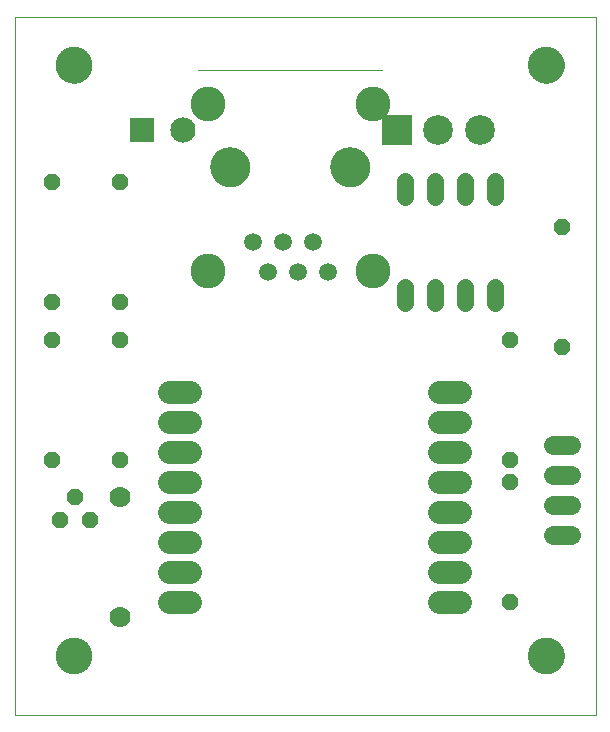
<source format=gbs>
G75*
%MOIN*%
%OFA0B0*%
%FSLAX25Y25*%
%IPPOS*%
%LPD*%
%AMOC8*
5,1,8,0,0,1.08239X$1,22.5*
%
%ADD10C,0.00000*%
%ADD11R,0.08400X0.08400*%
%ADD12C,0.08400*%
%ADD13R,0.09900X0.09900*%
%ADD14C,0.09900*%
%ADD15OC8,0.05600*%
%ADD16C,0.06400*%
%ADD17C,0.07600*%
%ADD18C,0.00039*%
%ADD19C,0.05943*%
%ADD20C,0.11620*%
%ADD21C,0.13200*%
%ADD22C,0.07000*%
%ADD23C,0.12211*%
%ADD24C,0.05600*%
D10*
X0001800Y0001800D02*
X0001800Y0234261D01*
X0195501Y0234261D01*
X0195501Y0001800D01*
X0001800Y0001800D01*
X0015579Y0021485D02*
X0015581Y0021638D01*
X0015587Y0021792D01*
X0015597Y0021945D01*
X0015611Y0022097D01*
X0015629Y0022250D01*
X0015651Y0022401D01*
X0015676Y0022552D01*
X0015706Y0022703D01*
X0015740Y0022853D01*
X0015777Y0023001D01*
X0015818Y0023149D01*
X0015863Y0023295D01*
X0015912Y0023441D01*
X0015965Y0023585D01*
X0016021Y0023727D01*
X0016081Y0023868D01*
X0016145Y0024008D01*
X0016212Y0024146D01*
X0016283Y0024282D01*
X0016358Y0024416D01*
X0016435Y0024548D01*
X0016517Y0024678D01*
X0016601Y0024806D01*
X0016689Y0024932D01*
X0016780Y0025055D01*
X0016874Y0025176D01*
X0016972Y0025294D01*
X0017072Y0025410D01*
X0017176Y0025523D01*
X0017282Y0025634D01*
X0017391Y0025742D01*
X0017503Y0025847D01*
X0017617Y0025948D01*
X0017735Y0026047D01*
X0017854Y0026143D01*
X0017976Y0026236D01*
X0018101Y0026325D01*
X0018228Y0026412D01*
X0018357Y0026494D01*
X0018488Y0026574D01*
X0018621Y0026650D01*
X0018756Y0026723D01*
X0018893Y0026792D01*
X0019032Y0026857D01*
X0019172Y0026919D01*
X0019314Y0026977D01*
X0019457Y0027032D01*
X0019602Y0027083D01*
X0019748Y0027130D01*
X0019895Y0027173D01*
X0020043Y0027212D01*
X0020192Y0027248D01*
X0020342Y0027279D01*
X0020493Y0027307D01*
X0020644Y0027331D01*
X0020797Y0027351D01*
X0020949Y0027367D01*
X0021102Y0027379D01*
X0021255Y0027387D01*
X0021408Y0027391D01*
X0021562Y0027391D01*
X0021715Y0027387D01*
X0021868Y0027379D01*
X0022021Y0027367D01*
X0022173Y0027351D01*
X0022326Y0027331D01*
X0022477Y0027307D01*
X0022628Y0027279D01*
X0022778Y0027248D01*
X0022927Y0027212D01*
X0023075Y0027173D01*
X0023222Y0027130D01*
X0023368Y0027083D01*
X0023513Y0027032D01*
X0023656Y0026977D01*
X0023798Y0026919D01*
X0023938Y0026857D01*
X0024077Y0026792D01*
X0024214Y0026723D01*
X0024349Y0026650D01*
X0024482Y0026574D01*
X0024613Y0026494D01*
X0024742Y0026412D01*
X0024869Y0026325D01*
X0024994Y0026236D01*
X0025116Y0026143D01*
X0025235Y0026047D01*
X0025353Y0025948D01*
X0025467Y0025847D01*
X0025579Y0025742D01*
X0025688Y0025634D01*
X0025794Y0025523D01*
X0025898Y0025410D01*
X0025998Y0025294D01*
X0026096Y0025176D01*
X0026190Y0025055D01*
X0026281Y0024932D01*
X0026369Y0024806D01*
X0026453Y0024678D01*
X0026535Y0024548D01*
X0026612Y0024416D01*
X0026687Y0024282D01*
X0026758Y0024146D01*
X0026825Y0024008D01*
X0026889Y0023868D01*
X0026949Y0023727D01*
X0027005Y0023585D01*
X0027058Y0023441D01*
X0027107Y0023295D01*
X0027152Y0023149D01*
X0027193Y0023001D01*
X0027230Y0022853D01*
X0027264Y0022703D01*
X0027294Y0022552D01*
X0027319Y0022401D01*
X0027341Y0022250D01*
X0027359Y0022097D01*
X0027373Y0021945D01*
X0027383Y0021792D01*
X0027389Y0021638D01*
X0027391Y0021485D01*
X0027389Y0021332D01*
X0027383Y0021178D01*
X0027373Y0021025D01*
X0027359Y0020873D01*
X0027341Y0020720D01*
X0027319Y0020569D01*
X0027294Y0020418D01*
X0027264Y0020267D01*
X0027230Y0020117D01*
X0027193Y0019969D01*
X0027152Y0019821D01*
X0027107Y0019675D01*
X0027058Y0019529D01*
X0027005Y0019385D01*
X0026949Y0019243D01*
X0026889Y0019102D01*
X0026825Y0018962D01*
X0026758Y0018824D01*
X0026687Y0018688D01*
X0026612Y0018554D01*
X0026535Y0018422D01*
X0026453Y0018292D01*
X0026369Y0018164D01*
X0026281Y0018038D01*
X0026190Y0017915D01*
X0026096Y0017794D01*
X0025998Y0017676D01*
X0025898Y0017560D01*
X0025794Y0017447D01*
X0025688Y0017336D01*
X0025579Y0017228D01*
X0025467Y0017123D01*
X0025353Y0017022D01*
X0025235Y0016923D01*
X0025116Y0016827D01*
X0024994Y0016734D01*
X0024869Y0016645D01*
X0024742Y0016558D01*
X0024613Y0016476D01*
X0024482Y0016396D01*
X0024349Y0016320D01*
X0024214Y0016247D01*
X0024077Y0016178D01*
X0023938Y0016113D01*
X0023798Y0016051D01*
X0023656Y0015993D01*
X0023513Y0015938D01*
X0023368Y0015887D01*
X0023222Y0015840D01*
X0023075Y0015797D01*
X0022927Y0015758D01*
X0022778Y0015722D01*
X0022628Y0015691D01*
X0022477Y0015663D01*
X0022326Y0015639D01*
X0022173Y0015619D01*
X0022021Y0015603D01*
X0021868Y0015591D01*
X0021715Y0015583D01*
X0021562Y0015579D01*
X0021408Y0015579D01*
X0021255Y0015583D01*
X0021102Y0015591D01*
X0020949Y0015603D01*
X0020797Y0015619D01*
X0020644Y0015639D01*
X0020493Y0015663D01*
X0020342Y0015691D01*
X0020192Y0015722D01*
X0020043Y0015758D01*
X0019895Y0015797D01*
X0019748Y0015840D01*
X0019602Y0015887D01*
X0019457Y0015938D01*
X0019314Y0015993D01*
X0019172Y0016051D01*
X0019032Y0016113D01*
X0018893Y0016178D01*
X0018756Y0016247D01*
X0018621Y0016320D01*
X0018488Y0016396D01*
X0018357Y0016476D01*
X0018228Y0016558D01*
X0018101Y0016645D01*
X0017976Y0016734D01*
X0017854Y0016827D01*
X0017735Y0016923D01*
X0017617Y0017022D01*
X0017503Y0017123D01*
X0017391Y0017228D01*
X0017282Y0017336D01*
X0017176Y0017447D01*
X0017072Y0017560D01*
X0016972Y0017676D01*
X0016874Y0017794D01*
X0016780Y0017915D01*
X0016689Y0018038D01*
X0016601Y0018164D01*
X0016517Y0018292D01*
X0016435Y0018422D01*
X0016358Y0018554D01*
X0016283Y0018688D01*
X0016212Y0018824D01*
X0016145Y0018962D01*
X0016081Y0019102D01*
X0016021Y0019243D01*
X0015965Y0019385D01*
X0015912Y0019529D01*
X0015863Y0019675D01*
X0015818Y0019821D01*
X0015777Y0019969D01*
X0015740Y0020117D01*
X0015706Y0020267D01*
X0015676Y0020418D01*
X0015651Y0020569D01*
X0015629Y0020720D01*
X0015611Y0020873D01*
X0015597Y0021025D01*
X0015587Y0021178D01*
X0015581Y0021332D01*
X0015579Y0021485D01*
X0067231Y0184300D02*
X0067233Y0184460D01*
X0067239Y0184619D01*
X0067249Y0184778D01*
X0067263Y0184937D01*
X0067281Y0185096D01*
X0067302Y0185254D01*
X0067328Y0185411D01*
X0067358Y0185568D01*
X0067391Y0185724D01*
X0067429Y0185879D01*
X0067470Y0186033D01*
X0067515Y0186186D01*
X0067564Y0186338D01*
X0067617Y0186489D01*
X0067673Y0186638D01*
X0067734Y0186786D01*
X0067797Y0186932D01*
X0067865Y0187077D01*
X0067936Y0187220D01*
X0068010Y0187361D01*
X0068088Y0187500D01*
X0068170Y0187637D01*
X0068255Y0187772D01*
X0068343Y0187905D01*
X0068435Y0188036D01*
X0068529Y0188164D01*
X0068627Y0188290D01*
X0068728Y0188414D01*
X0068832Y0188535D01*
X0068939Y0188653D01*
X0069049Y0188769D01*
X0069162Y0188882D01*
X0069278Y0188992D01*
X0069396Y0189099D01*
X0069517Y0189203D01*
X0069641Y0189304D01*
X0069767Y0189402D01*
X0069895Y0189496D01*
X0070026Y0189588D01*
X0070159Y0189676D01*
X0070294Y0189761D01*
X0070431Y0189843D01*
X0070570Y0189921D01*
X0070711Y0189995D01*
X0070854Y0190066D01*
X0070999Y0190134D01*
X0071145Y0190197D01*
X0071293Y0190258D01*
X0071442Y0190314D01*
X0071593Y0190367D01*
X0071745Y0190416D01*
X0071898Y0190461D01*
X0072052Y0190502D01*
X0072207Y0190540D01*
X0072363Y0190573D01*
X0072520Y0190603D01*
X0072677Y0190629D01*
X0072835Y0190650D01*
X0072994Y0190668D01*
X0073153Y0190682D01*
X0073312Y0190692D01*
X0073471Y0190698D01*
X0073631Y0190700D01*
X0073791Y0190698D01*
X0073950Y0190692D01*
X0074109Y0190682D01*
X0074268Y0190668D01*
X0074427Y0190650D01*
X0074585Y0190629D01*
X0074742Y0190603D01*
X0074899Y0190573D01*
X0075055Y0190540D01*
X0075210Y0190502D01*
X0075364Y0190461D01*
X0075517Y0190416D01*
X0075669Y0190367D01*
X0075820Y0190314D01*
X0075969Y0190258D01*
X0076117Y0190197D01*
X0076263Y0190134D01*
X0076408Y0190066D01*
X0076551Y0189995D01*
X0076692Y0189921D01*
X0076831Y0189843D01*
X0076968Y0189761D01*
X0077103Y0189676D01*
X0077236Y0189588D01*
X0077367Y0189496D01*
X0077495Y0189402D01*
X0077621Y0189304D01*
X0077745Y0189203D01*
X0077866Y0189099D01*
X0077984Y0188992D01*
X0078100Y0188882D01*
X0078213Y0188769D01*
X0078323Y0188653D01*
X0078430Y0188535D01*
X0078534Y0188414D01*
X0078635Y0188290D01*
X0078733Y0188164D01*
X0078827Y0188036D01*
X0078919Y0187905D01*
X0079007Y0187772D01*
X0079092Y0187637D01*
X0079174Y0187500D01*
X0079252Y0187361D01*
X0079326Y0187220D01*
X0079397Y0187077D01*
X0079465Y0186932D01*
X0079528Y0186786D01*
X0079589Y0186638D01*
X0079645Y0186489D01*
X0079698Y0186338D01*
X0079747Y0186186D01*
X0079792Y0186033D01*
X0079833Y0185879D01*
X0079871Y0185724D01*
X0079904Y0185568D01*
X0079934Y0185411D01*
X0079960Y0185254D01*
X0079981Y0185096D01*
X0079999Y0184937D01*
X0080013Y0184778D01*
X0080023Y0184619D01*
X0080029Y0184460D01*
X0080031Y0184300D01*
X0080029Y0184140D01*
X0080023Y0183981D01*
X0080013Y0183822D01*
X0079999Y0183663D01*
X0079981Y0183504D01*
X0079960Y0183346D01*
X0079934Y0183189D01*
X0079904Y0183032D01*
X0079871Y0182876D01*
X0079833Y0182721D01*
X0079792Y0182567D01*
X0079747Y0182414D01*
X0079698Y0182262D01*
X0079645Y0182111D01*
X0079589Y0181962D01*
X0079528Y0181814D01*
X0079465Y0181668D01*
X0079397Y0181523D01*
X0079326Y0181380D01*
X0079252Y0181239D01*
X0079174Y0181100D01*
X0079092Y0180963D01*
X0079007Y0180828D01*
X0078919Y0180695D01*
X0078827Y0180564D01*
X0078733Y0180436D01*
X0078635Y0180310D01*
X0078534Y0180186D01*
X0078430Y0180065D01*
X0078323Y0179947D01*
X0078213Y0179831D01*
X0078100Y0179718D01*
X0077984Y0179608D01*
X0077866Y0179501D01*
X0077745Y0179397D01*
X0077621Y0179296D01*
X0077495Y0179198D01*
X0077367Y0179104D01*
X0077236Y0179012D01*
X0077103Y0178924D01*
X0076968Y0178839D01*
X0076831Y0178757D01*
X0076692Y0178679D01*
X0076551Y0178605D01*
X0076408Y0178534D01*
X0076263Y0178466D01*
X0076117Y0178403D01*
X0075969Y0178342D01*
X0075820Y0178286D01*
X0075669Y0178233D01*
X0075517Y0178184D01*
X0075364Y0178139D01*
X0075210Y0178098D01*
X0075055Y0178060D01*
X0074899Y0178027D01*
X0074742Y0177997D01*
X0074585Y0177971D01*
X0074427Y0177950D01*
X0074268Y0177932D01*
X0074109Y0177918D01*
X0073950Y0177908D01*
X0073791Y0177902D01*
X0073631Y0177900D01*
X0073471Y0177902D01*
X0073312Y0177908D01*
X0073153Y0177918D01*
X0072994Y0177932D01*
X0072835Y0177950D01*
X0072677Y0177971D01*
X0072520Y0177997D01*
X0072363Y0178027D01*
X0072207Y0178060D01*
X0072052Y0178098D01*
X0071898Y0178139D01*
X0071745Y0178184D01*
X0071593Y0178233D01*
X0071442Y0178286D01*
X0071293Y0178342D01*
X0071145Y0178403D01*
X0070999Y0178466D01*
X0070854Y0178534D01*
X0070711Y0178605D01*
X0070570Y0178679D01*
X0070431Y0178757D01*
X0070294Y0178839D01*
X0070159Y0178924D01*
X0070026Y0179012D01*
X0069895Y0179104D01*
X0069767Y0179198D01*
X0069641Y0179296D01*
X0069517Y0179397D01*
X0069396Y0179501D01*
X0069278Y0179608D01*
X0069162Y0179718D01*
X0069049Y0179831D01*
X0068939Y0179947D01*
X0068832Y0180065D01*
X0068728Y0180186D01*
X0068627Y0180310D01*
X0068529Y0180436D01*
X0068435Y0180564D01*
X0068343Y0180695D01*
X0068255Y0180828D01*
X0068170Y0180963D01*
X0068088Y0181100D01*
X0068010Y0181239D01*
X0067936Y0181380D01*
X0067865Y0181523D01*
X0067797Y0181668D01*
X0067734Y0181814D01*
X0067673Y0181962D01*
X0067617Y0182111D01*
X0067564Y0182262D01*
X0067515Y0182414D01*
X0067470Y0182567D01*
X0067429Y0182721D01*
X0067391Y0182876D01*
X0067358Y0183032D01*
X0067328Y0183189D01*
X0067302Y0183346D01*
X0067281Y0183504D01*
X0067263Y0183663D01*
X0067249Y0183822D01*
X0067239Y0183981D01*
X0067233Y0184140D01*
X0067231Y0184300D01*
X0015579Y0218335D02*
X0015581Y0218488D01*
X0015587Y0218642D01*
X0015597Y0218795D01*
X0015611Y0218947D01*
X0015629Y0219100D01*
X0015651Y0219251D01*
X0015676Y0219402D01*
X0015706Y0219553D01*
X0015740Y0219703D01*
X0015777Y0219851D01*
X0015818Y0219999D01*
X0015863Y0220145D01*
X0015912Y0220291D01*
X0015965Y0220435D01*
X0016021Y0220577D01*
X0016081Y0220718D01*
X0016145Y0220858D01*
X0016212Y0220996D01*
X0016283Y0221132D01*
X0016358Y0221266D01*
X0016435Y0221398D01*
X0016517Y0221528D01*
X0016601Y0221656D01*
X0016689Y0221782D01*
X0016780Y0221905D01*
X0016874Y0222026D01*
X0016972Y0222144D01*
X0017072Y0222260D01*
X0017176Y0222373D01*
X0017282Y0222484D01*
X0017391Y0222592D01*
X0017503Y0222697D01*
X0017617Y0222798D01*
X0017735Y0222897D01*
X0017854Y0222993D01*
X0017976Y0223086D01*
X0018101Y0223175D01*
X0018228Y0223262D01*
X0018357Y0223344D01*
X0018488Y0223424D01*
X0018621Y0223500D01*
X0018756Y0223573D01*
X0018893Y0223642D01*
X0019032Y0223707D01*
X0019172Y0223769D01*
X0019314Y0223827D01*
X0019457Y0223882D01*
X0019602Y0223933D01*
X0019748Y0223980D01*
X0019895Y0224023D01*
X0020043Y0224062D01*
X0020192Y0224098D01*
X0020342Y0224129D01*
X0020493Y0224157D01*
X0020644Y0224181D01*
X0020797Y0224201D01*
X0020949Y0224217D01*
X0021102Y0224229D01*
X0021255Y0224237D01*
X0021408Y0224241D01*
X0021562Y0224241D01*
X0021715Y0224237D01*
X0021868Y0224229D01*
X0022021Y0224217D01*
X0022173Y0224201D01*
X0022326Y0224181D01*
X0022477Y0224157D01*
X0022628Y0224129D01*
X0022778Y0224098D01*
X0022927Y0224062D01*
X0023075Y0224023D01*
X0023222Y0223980D01*
X0023368Y0223933D01*
X0023513Y0223882D01*
X0023656Y0223827D01*
X0023798Y0223769D01*
X0023938Y0223707D01*
X0024077Y0223642D01*
X0024214Y0223573D01*
X0024349Y0223500D01*
X0024482Y0223424D01*
X0024613Y0223344D01*
X0024742Y0223262D01*
X0024869Y0223175D01*
X0024994Y0223086D01*
X0025116Y0222993D01*
X0025235Y0222897D01*
X0025353Y0222798D01*
X0025467Y0222697D01*
X0025579Y0222592D01*
X0025688Y0222484D01*
X0025794Y0222373D01*
X0025898Y0222260D01*
X0025998Y0222144D01*
X0026096Y0222026D01*
X0026190Y0221905D01*
X0026281Y0221782D01*
X0026369Y0221656D01*
X0026453Y0221528D01*
X0026535Y0221398D01*
X0026612Y0221266D01*
X0026687Y0221132D01*
X0026758Y0220996D01*
X0026825Y0220858D01*
X0026889Y0220718D01*
X0026949Y0220577D01*
X0027005Y0220435D01*
X0027058Y0220291D01*
X0027107Y0220145D01*
X0027152Y0219999D01*
X0027193Y0219851D01*
X0027230Y0219703D01*
X0027264Y0219553D01*
X0027294Y0219402D01*
X0027319Y0219251D01*
X0027341Y0219100D01*
X0027359Y0218947D01*
X0027373Y0218795D01*
X0027383Y0218642D01*
X0027389Y0218488D01*
X0027391Y0218335D01*
X0027389Y0218182D01*
X0027383Y0218028D01*
X0027373Y0217875D01*
X0027359Y0217723D01*
X0027341Y0217570D01*
X0027319Y0217419D01*
X0027294Y0217268D01*
X0027264Y0217117D01*
X0027230Y0216967D01*
X0027193Y0216819D01*
X0027152Y0216671D01*
X0027107Y0216525D01*
X0027058Y0216379D01*
X0027005Y0216235D01*
X0026949Y0216093D01*
X0026889Y0215952D01*
X0026825Y0215812D01*
X0026758Y0215674D01*
X0026687Y0215538D01*
X0026612Y0215404D01*
X0026535Y0215272D01*
X0026453Y0215142D01*
X0026369Y0215014D01*
X0026281Y0214888D01*
X0026190Y0214765D01*
X0026096Y0214644D01*
X0025998Y0214526D01*
X0025898Y0214410D01*
X0025794Y0214297D01*
X0025688Y0214186D01*
X0025579Y0214078D01*
X0025467Y0213973D01*
X0025353Y0213872D01*
X0025235Y0213773D01*
X0025116Y0213677D01*
X0024994Y0213584D01*
X0024869Y0213495D01*
X0024742Y0213408D01*
X0024613Y0213326D01*
X0024482Y0213246D01*
X0024349Y0213170D01*
X0024214Y0213097D01*
X0024077Y0213028D01*
X0023938Y0212963D01*
X0023798Y0212901D01*
X0023656Y0212843D01*
X0023513Y0212788D01*
X0023368Y0212737D01*
X0023222Y0212690D01*
X0023075Y0212647D01*
X0022927Y0212608D01*
X0022778Y0212572D01*
X0022628Y0212541D01*
X0022477Y0212513D01*
X0022326Y0212489D01*
X0022173Y0212469D01*
X0022021Y0212453D01*
X0021868Y0212441D01*
X0021715Y0212433D01*
X0021562Y0212429D01*
X0021408Y0212429D01*
X0021255Y0212433D01*
X0021102Y0212441D01*
X0020949Y0212453D01*
X0020797Y0212469D01*
X0020644Y0212489D01*
X0020493Y0212513D01*
X0020342Y0212541D01*
X0020192Y0212572D01*
X0020043Y0212608D01*
X0019895Y0212647D01*
X0019748Y0212690D01*
X0019602Y0212737D01*
X0019457Y0212788D01*
X0019314Y0212843D01*
X0019172Y0212901D01*
X0019032Y0212963D01*
X0018893Y0213028D01*
X0018756Y0213097D01*
X0018621Y0213170D01*
X0018488Y0213246D01*
X0018357Y0213326D01*
X0018228Y0213408D01*
X0018101Y0213495D01*
X0017976Y0213584D01*
X0017854Y0213677D01*
X0017735Y0213773D01*
X0017617Y0213872D01*
X0017503Y0213973D01*
X0017391Y0214078D01*
X0017282Y0214186D01*
X0017176Y0214297D01*
X0017072Y0214410D01*
X0016972Y0214526D01*
X0016874Y0214644D01*
X0016780Y0214765D01*
X0016689Y0214888D01*
X0016601Y0215014D01*
X0016517Y0215142D01*
X0016435Y0215272D01*
X0016358Y0215404D01*
X0016283Y0215538D01*
X0016212Y0215674D01*
X0016145Y0215812D01*
X0016081Y0215952D01*
X0016021Y0216093D01*
X0015965Y0216235D01*
X0015912Y0216379D01*
X0015863Y0216525D01*
X0015818Y0216671D01*
X0015777Y0216819D01*
X0015740Y0216967D01*
X0015706Y0217117D01*
X0015676Y0217268D01*
X0015651Y0217419D01*
X0015629Y0217570D01*
X0015611Y0217723D01*
X0015597Y0217875D01*
X0015587Y0218028D01*
X0015581Y0218182D01*
X0015579Y0218335D01*
X0107231Y0184300D02*
X0107233Y0184460D01*
X0107239Y0184619D01*
X0107249Y0184778D01*
X0107263Y0184937D01*
X0107281Y0185096D01*
X0107302Y0185254D01*
X0107328Y0185411D01*
X0107358Y0185568D01*
X0107391Y0185724D01*
X0107429Y0185879D01*
X0107470Y0186033D01*
X0107515Y0186186D01*
X0107564Y0186338D01*
X0107617Y0186489D01*
X0107673Y0186638D01*
X0107734Y0186786D01*
X0107797Y0186932D01*
X0107865Y0187077D01*
X0107936Y0187220D01*
X0108010Y0187361D01*
X0108088Y0187500D01*
X0108170Y0187637D01*
X0108255Y0187772D01*
X0108343Y0187905D01*
X0108435Y0188036D01*
X0108529Y0188164D01*
X0108627Y0188290D01*
X0108728Y0188414D01*
X0108832Y0188535D01*
X0108939Y0188653D01*
X0109049Y0188769D01*
X0109162Y0188882D01*
X0109278Y0188992D01*
X0109396Y0189099D01*
X0109517Y0189203D01*
X0109641Y0189304D01*
X0109767Y0189402D01*
X0109895Y0189496D01*
X0110026Y0189588D01*
X0110159Y0189676D01*
X0110294Y0189761D01*
X0110431Y0189843D01*
X0110570Y0189921D01*
X0110711Y0189995D01*
X0110854Y0190066D01*
X0110999Y0190134D01*
X0111145Y0190197D01*
X0111293Y0190258D01*
X0111442Y0190314D01*
X0111593Y0190367D01*
X0111745Y0190416D01*
X0111898Y0190461D01*
X0112052Y0190502D01*
X0112207Y0190540D01*
X0112363Y0190573D01*
X0112520Y0190603D01*
X0112677Y0190629D01*
X0112835Y0190650D01*
X0112994Y0190668D01*
X0113153Y0190682D01*
X0113312Y0190692D01*
X0113471Y0190698D01*
X0113631Y0190700D01*
X0113791Y0190698D01*
X0113950Y0190692D01*
X0114109Y0190682D01*
X0114268Y0190668D01*
X0114427Y0190650D01*
X0114585Y0190629D01*
X0114742Y0190603D01*
X0114899Y0190573D01*
X0115055Y0190540D01*
X0115210Y0190502D01*
X0115364Y0190461D01*
X0115517Y0190416D01*
X0115669Y0190367D01*
X0115820Y0190314D01*
X0115969Y0190258D01*
X0116117Y0190197D01*
X0116263Y0190134D01*
X0116408Y0190066D01*
X0116551Y0189995D01*
X0116692Y0189921D01*
X0116831Y0189843D01*
X0116968Y0189761D01*
X0117103Y0189676D01*
X0117236Y0189588D01*
X0117367Y0189496D01*
X0117495Y0189402D01*
X0117621Y0189304D01*
X0117745Y0189203D01*
X0117866Y0189099D01*
X0117984Y0188992D01*
X0118100Y0188882D01*
X0118213Y0188769D01*
X0118323Y0188653D01*
X0118430Y0188535D01*
X0118534Y0188414D01*
X0118635Y0188290D01*
X0118733Y0188164D01*
X0118827Y0188036D01*
X0118919Y0187905D01*
X0119007Y0187772D01*
X0119092Y0187637D01*
X0119174Y0187500D01*
X0119252Y0187361D01*
X0119326Y0187220D01*
X0119397Y0187077D01*
X0119465Y0186932D01*
X0119528Y0186786D01*
X0119589Y0186638D01*
X0119645Y0186489D01*
X0119698Y0186338D01*
X0119747Y0186186D01*
X0119792Y0186033D01*
X0119833Y0185879D01*
X0119871Y0185724D01*
X0119904Y0185568D01*
X0119934Y0185411D01*
X0119960Y0185254D01*
X0119981Y0185096D01*
X0119999Y0184937D01*
X0120013Y0184778D01*
X0120023Y0184619D01*
X0120029Y0184460D01*
X0120031Y0184300D01*
X0120029Y0184140D01*
X0120023Y0183981D01*
X0120013Y0183822D01*
X0119999Y0183663D01*
X0119981Y0183504D01*
X0119960Y0183346D01*
X0119934Y0183189D01*
X0119904Y0183032D01*
X0119871Y0182876D01*
X0119833Y0182721D01*
X0119792Y0182567D01*
X0119747Y0182414D01*
X0119698Y0182262D01*
X0119645Y0182111D01*
X0119589Y0181962D01*
X0119528Y0181814D01*
X0119465Y0181668D01*
X0119397Y0181523D01*
X0119326Y0181380D01*
X0119252Y0181239D01*
X0119174Y0181100D01*
X0119092Y0180963D01*
X0119007Y0180828D01*
X0118919Y0180695D01*
X0118827Y0180564D01*
X0118733Y0180436D01*
X0118635Y0180310D01*
X0118534Y0180186D01*
X0118430Y0180065D01*
X0118323Y0179947D01*
X0118213Y0179831D01*
X0118100Y0179718D01*
X0117984Y0179608D01*
X0117866Y0179501D01*
X0117745Y0179397D01*
X0117621Y0179296D01*
X0117495Y0179198D01*
X0117367Y0179104D01*
X0117236Y0179012D01*
X0117103Y0178924D01*
X0116968Y0178839D01*
X0116831Y0178757D01*
X0116692Y0178679D01*
X0116551Y0178605D01*
X0116408Y0178534D01*
X0116263Y0178466D01*
X0116117Y0178403D01*
X0115969Y0178342D01*
X0115820Y0178286D01*
X0115669Y0178233D01*
X0115517Y0178184D01*
X0115364Y0178139D01*
X0115210Y0178098D01*
X0115055Y0178060D01*
X0114899Y0178027D01*
X0114742Y0177997D01*
X0114585Y0177971D01*
X0114427Y0177950D01*
X0114268Y0177932D01*
X0114109Y0177918D01*
X0113950Y0177908D01*
X0113791Y0177902D01*
X0113631Y0177900D01*
X0113471Y0177902D01*
X0113312Y0177908D01*
X0113153Y0177918D01*
X0112994Y0177932D01*
X0112835Y0177950D01*
X0112677Y0177971D01*
X0112520Y0177997D01*
X0112363Y0178027D01*
X0112207Y0178060D01*
X0112052Y0178098D01*
X0111898Y0178139D01*
X0111745Y0178184D01*
X0111593Y0178233D01*
X0111442Y0178286D01*
X0111293Y0178342D01*
X0111145Y0178403D01*
X0110999Y0178466D01*
X0110854Y0178534D01*
X0110711Y0178605D01*
X0110570Y0178679D01*
X0110431Y0178757D01*
X0110294Y0178839D01*
X0110159Y0178924D01*
X0110026Y0179012D01*
X0109895Y0179104D01*
X0109767Y0179198D01*
X0109641Y0179296D01*
X0109517Y0179397D01*
X0109396Y0179501D01*
X0109278Y0179608D01*
X0109162Y0179718D01*
X0109049Y0179831D01*
X0108939Y0179947D01*
X0108832Y0180065D01*
X0108728Y0180186D01*
X0108627Y0180310D01*
X0108529Y0180436D01*
X0108435Y0180564D01*
X0108343Y0180695D01*
X0108255Y0180828D01*
X0108170Y0180963D01*
X0108088Y0181100D01*
X0108010Y0181239D01*
X0107936Y0181380D01*
X0107865Y0181523D01*
X0107797Y0181668D01*
X0107734Y0181814D01*
X0107673Y0181962D01*
X0107617Y0182111D01*
X0107564Y0182262D01*
X0107515Y0182414D01*
X0107470Y0182567D01*
X0107429Y0182721D01*
X0107391Y0182876D01*
X0107358Y0183032D01*
X0107328Y0183189D01*
X0107302Y0183346D01*
X0107281Y0183504D01*
X0107263Y0183663D01*
X0107249Y0183822D01*
X0107239Y0183981D01*
X0107233Y0184140D01*
X0107231Y0184300D01*
X0173059Y0218335D02*
X0173061Y0218488D01*
X0173067Y0218642D01*
X0173077Y0218795D01*
X0173091Y0218947D01*
X0173109Y0219100D01*
X0173131Y0219251D01*
X0173156Y0219402D01*
X0173186Y0219553D01*
X0173220Y0219703D01*
X0173257Y0219851D01*
X0173298Y0219999D01*
X0173343Y0220145D01*
X0173392Y0220291D01*
X0173445Y0220435D01*
X0173501Y0220577D01*
X0173561Y0220718D01*
X0173625Y0220858D01*
X0173692Y0220996D01*
X0173763Y0221132D01*
X0173838Y0221266D01*
X0173915Y0221398D01*
X0173997Y0221528D01*
X0174081Y0221656D01*
X0174169Y0221782D01*
X0174260Y0221905D01*
X0174354Y0222026D01*
X0174452Y0222144D01*
X0174552Y0222260D01*
X0174656Y0222373D01*
X0174762Y0222484D01*
X0174871Y0222592D01*
X0174983Y0222697D01*
X0175097Y0222798D01*
X0175215Y0222897D01*
X0175334Y0222993D01*
X0175456Y0223086D01*
X0175581Y0223175D01*
X0175708Y0223262D01*
X0175837Y0223344D01*
X0175968Y0223424D01*
X0176101Y0223500D01*
X0176236Y0223573D01*
X0176373Y0223642D01*
X0176512Y0223707D01*
X0176652Y0223769D01*
X0176794Y0223827D01*
X0176937Y0223882D01*
X0177082Y0223933D01*
X0177228Y0223980D01*
X0177375Y0224023D01*
X0177523Y0224062D01*
X0177672Y0224098D01*
X0177822Y0224129D01*
X0177973Y0224157D01*
X0178124Y0224181D01*
X0178277Y0224201D01*
X0178429Y0224217D01*
X0178582Y0224229D01*
X0178735Y0224237D01*
X0178888Y0224241D01*
X0179042Y0224241D01*
X0179195Y0224237D01*
X0179348Y0224229D01*
X0179501Y0224217D01*
X0179653Y0224201D01*
X0179806Y0224181D01*
X0179957Y0224157D01*
X0180108Y0224129D01*
X0180258Y0224098D01*
X0180407Y0224062D01*
X0180555Y0224023D01*
X0180702Y0223980D01*
X0180848Y0223933D01*
X0180993Y0223882D01*
X0181136Y0223827D01*
X0181278Y0223769D01*
X0181418Y0223707D01*
X0181557Y0223642D01*
X0181694Y0223573D01*
X0181829Y0223500D01*
X0181962Y0223424D01*
X0182093Y0223344D01*
X0182222Y0223262D01*
X0182349Y0223175D01*
X0182474Y0223086D01*
X0182596Y0222993D01*
X0182715Y0222897D01*
X0182833Y0222798D01*
X0182947Y0222697D01*
X0183059Y0222592D01*
X0183168Y0222484D01*
X0183274Y0222373D01*
X0183378Y0222260D01*
X0183478Y0222144D01*
X0183576Y0222026D01*
X0183670Y0221905D01*
X0183761Y0221782D01*
X0183849Y0221656D01*
X0183933Y0221528D01*
X0184015Y0221398D01*
X0184092Y0221266D01*
X0184167Y0221132D01*
X0184238Y0220996D01*
X0184305Y0220858D01*
X0184369Y0220718D01*
X0184429Y0220577D01*
X0184485Y0220435D01*
X0184538Y0220291D01*
X0184587Y0220145D01*
X0184632Y0219999D01*
X0184673Y0219851D01*
X0184710Y0219703D01*
X0184744Y0219553D01*
X0184774Y0219402D01*
X0184799Y0219251D01*
X0184821Y0219100D01*
X0184839Y0218947D01*
X0184853Y0218795D01*
X0184863Y0218642D01*
X0184869Y0218488D01*
X0184871Y0218335D01*
X0184869Y0218182D01*
X0184863Y0218028D01*
X0184853Y0217875D01*
X0184839Y0217723D01*
X0184821Y0217570D01*
X0184799Y0217419D01*
X0184774Y0217268D01*
X0184744Y0217117D01*
X0184710Y0216967D01*
X0184673Y0216819D01*
X0184632Y0216671D01*
X0184587Y0216525D01*
X0184538Y0216379D01*
X0184485Y0216235D01*
X0184429Y0216093D01*
X0184369Y0215952D01*
X0184305Y0215812D01*
X0184238Y0215674D01*
X0184167Y0215538D01*
X0184092Y0215404D01*
X0184015Y0215272D01*
X0183933Y0215142D01*
X0183849Y0215014D01*
X0183761Y0214888D01*
X0183670Y0214765D01*
X0183576Y0214644D01*
X0183478Y0214526D01*
X0183378Y0214410D01*
X0183274Y0214297D01*
X0183168Y0214186D01*
X0183059Y0214078D01*
X0182947Y0213973D01*
X0182833Y0213872D01*
X0182715Y0213773D01*
X0182596Y0213677D01*
X0182474Y0213584D01*
X0182349Y0213495D01*
X0182222Y0213408D01*
X0182093Y0213326D01*
X0181962Y0213246D01*
X0181829Y0213170D01*
X0181694Y0213097D01*
X0181557Y0213028D01*
X0181418Y0212963D01*
X0181278Y0212901D01*
X0181136Y0212843D01*
X0180993Y0212788D01*
X0180848Y0212737D01*
X0180702Y0212690D01*
X0180555Y0212647D01*
X0180407Y0212608D01*
X0180258Y0212572D01*
X0180108Y0212541D01*
X0179957Y0212513D01*
X0179806Y0212489D01*
X0179653Y0212469D01*
X0179501Y0212453D01*
X0179348Y0212441D01*
X0179195Y0212433D01*
X0179042Y0212429D01*
X0178888Y0212429D01*
X0178735Y0212433D01*
X0178582Y0212441D01*
X0178429Y0212453D01*
X0178277Y0212469D01*
X0178124Y0212489D01*
X0177973Y0212513D01*
X0177822Y0212541D01*
X0177672Y0212572D01*
X0177523Y0212608D01*
X0177375Y0212647D01*
X0177228Y0212690D01*
X0177082Y0212737D01*
X0176937Y0212788D01*
X0176794Y0212843D01*
X0176652Y0212901D01*
X0176512Y0212963D01*
X0176373Y0213028D01*
X0176236Y0213097D01*
X0176101Y0213170D01*
X0175968Y0213246D01*
X0175837Y0213326D01*
X0175708Y0213408D01*
X0175581Y0213495D01*
X0175456Y0213584D01*
X0175334Y0213677D01*
X0175215Y0213773D01*
X0175097Y0213872D01*
X0174983Y0213973D01*
X0174871Y0214078D01*
X0174762Y0214186D01*
X0174656Y0214297D01*
X0174552Y0214410D01*
X0174452Y0214526D01*
X0174354Y0214644D01*
X0174260Y0214765D01*
X0174169Y0214888D01*
X0174081Y0215014D01*
X0173997Y0215142D01*
X0173915Y0215272D01*
X0173838Y0215404D01*
X0173763Y0215538D01*
X0173692Y0215674D01*
X0173625Y0215812D01*
X0173561Y0215952D01*
X0173501Y0216093D01*
X0173445Y0216235D01*
X0173392Y0216379D01*
X0173343Y0216525D01*
X0173298Y0216671D01*
X0173257Y0216819D01*
X0173220Y0216967D01*
X0173186Y0217117D01*
X0173156Y0217268D01*
X0173131Y0217419D01*
X0173109Y0217570D01*
X0173091Y0217723D01*
X0173077Y0217875D01*
X0173067Y0218028D01*
X0173061Y0218182D01*
X0173059Y0218335D01*
X0173059Y0021485D02*
X0173061Y0021638D01*
X0173067Y0021792D01*
X0173077Y0021945D01*
X0173091Y0022097D01*
X0173109Y0022250D01*
X0173131Y0022401D01*
X0173156Y0022552D01*
X0173186Y0022703D01*
X0173220Y0022853D01*
X0173257Y0023001D01*
X0173298Y0023149D01*
X0173343Y0023295D01*
X0173392Y0023441D01*
X0173445Y0023585D01*
X0173501Y0023727D01*
X0173561Y0023868D01*
X0173625Y0024008D01*
X0173692Y0024146D01*
X0173763Y0024282D01*
X0173838Y0024416D01*
X0173915Y0024548D01*
X0173997Y0024678D01*
X0174081Y0024806D01*
X0174169Y0024932D01*
X0174260Y0025055D01*
X0174354Y0025176D01*
X0174452Y0025294D01*
X0174552Y0025410D01*
X0174656Y0025523D01*
X0174762Y0025634D01*
X0174871Y0025742D01*
X0174983Y0025847D01*
X0175097Y0025948D01*
X0175215Y0026047D01*
X0175334Y0026143D01*
X0175456Y0026236D01*
X0175581Y0026325D01*
X0175708Y0026412D01*
X0175837Y0026494D01*
X0175968Y0026574D01*
X0176101Y0026650D01*
X0176236Y0026723D01*
X0176373Y0026792D01*
X0176512Y0026857D01*
X0176652Y0026919D01*
X0176794Y0026977D01*
X0176937Y0027032D01*
X0177082Y0027083D01*
X0177228Y0027130D01*
X0177375Y0027173D01*
X0177523Y0027212D01*
X0177672Y0027248D01*
X0177822Y0027279D01*
X0177973Y0027307D01*
X0178124Y0027331D01*
X0178277Y0027351D01*
X0178429Y0027367D01*
X0178582Y0027379D01*
X0178735Y0027387D01*
X0178888Y0027391D01*
X0179042Y0027391D01*
X0179195Y0027387D01*
X0179348Y0027379D01*
X0179501Y0027367D01*
X0179653Y0027351D01*
X0179806Y0027331D01*
X0179957Y0027307D01*
X0180108Y0027279D01*
X0180258Y0027248D01*
X0180407Y0027212D01*
X0180555Y0027173D01*
X0180702Y0027130D01*
X0180848Y0027083D01*
X0180993Y0027032D01*
X0181136Y0026977D01*
X0181278Y0026919D01*
X0181418Y0026857D01*
X0181557Y0026792D01*
X0181694Y0026723D01*
X0181829Y0026650D01*
X0181962Y0026574D01*
X0182093Y0026494D01*
X0182222Y0026412D01*
X0182349Y0026325D01*
X0182474Y0026236D01*
X0182596Y0026143D01*
X0182715Y0026047D01*
X0182833Y0025948D01*
X0182947Y0025847D01*
X0183059Y0025742D01*
X0183168Y0025634D01*
X0183274Y0025523D01*
X0183378Y0025410D01*
X0183478Y0025294D01*
X0183576Y0025176D01*
X0183670Y0025055D01*
X0183761Y0024932D01*
X0183849Y0024806D01*
X0183933Y0024678D01*
X0184015Y0024548D01*
X0184092Y0024416D01*
X0184167Y0024282D01*
X0184238Y0024146D01*
X0184305Y0024008D01*
X0184369Y0023868D01*
X0184429Y0023727D01*
X0184485Y0023585D01*
X0184538Y0023441D01*
X0184587Y0023295D01*
X0184632Y0023149D01*
X0184673Y0023001D01*
X0184710Y0022853D01*
X0184744Y0022703D01*
X0184774Y0022552D01*
X0184799Y0022401D01*
X0184821Y0022250D01*
X0184839Y0022097D01*
X0184853Y0021945D01*
X0184863Y0021792D01*
X0184869Y0021638D01*
X0184871Y0021485D01*
X0184869Y0021332D01*
X0184863Y0021178D01*
X0184853Y0021025D01*
X0184839Y0020873D01*
X0184821Y0020720D01*
X0184799Y0020569D01*
X0184774Y0020418D01*
X0184744Y0020267D01*
X0184710Y0020117D01*
X0184673Y0019969D01*
X0184632Y0019821D01*
X0184587Y0019675D01*
X0184538Y0019529D01*
X0184485Y0019385D01*
X0184429Y0019243D01*
X0184369Y0019102D01*
X0184305Y0018962D01*
X0184238Y0018824D01*
X0184167Y0018688D01*
X0184092Y0018554D01*
X0184015Y0018422D01*
X0183933Y0018292D01*
X0183849Y0018164D01*
X0183761Y0018038D01*
X0183670Y0017915D01*
X0183576Y0017794D01*
X0183478Y0017676D01*
X0183378Y0017560D01*
X0183274Y0017447D01*
X0183168Y0017336D01*
X0183059Y0017228D01*
X0182947Y0017123D01*
X0182833Y0017022D01*
X0182715Y0016923D01*
X0182596Y0016827D01*
X0182474Y0016734D01*
X0182349Y0016645D01*
X0182222Y0016558D01*
X0182093Y0016476D01*
X0181962Y0016396D01*
X0181829Y0016320D01*
X0181694Y0016247D01*
X0181557Y0016178D01*
X0181418Y0016113D01*
X0181278Y0016051D01*
X0181136Y0015993D01*
X0180993Y0015938D01*
X0180848Y0015887D01*
X0180702Y0015840D01*
X0180555Y0015797D01*
X0180407Y0015758D01*
X0180258Y0015722D01*
X0180108Y0015691D01*
X0179957Y0015663D01*
X0179806Y0015639D01*
X0179653Y0015619D01*
X0179501Y0015603D01*
X0179348Y0015591D01*
X0179195Y0015583D01*
X0179042Y0015579D01*
X0178888Y0015579D01*
X0178735Y0015583D01*
X0178582Y0015591D01*
X0178429Y0015603D01*
X0178277Y0015619D01*
X0178124Y0015639D01*
X0177973Y0015663D01*
X0177822Y0015691D01*
X0177672Y0015722D01*
X0177523Y0015758D01*
X0177375Y0015797D01*
X0177228Y0015840D01*
X0177082Y0015887D01*
X0176937Y0015938D01*
X0176794Y0015993D01*
X0176652Y0016051D01*
X0176512Y0016113D01*
X0176373Y0016178D01*
X0176236Y0016247D01*
X0176101Y0016320D01*
X0175968Y0016396D01*
X0175837Y0016476D01*
X0175708Y0016558D01*
X0175581Y0016645D01*
X0175456Y0016734D01*
X0175334Y0016827D01*
X0175215Y0016923D01*
X0175097Y0017022D01*
X0174983Y0017123D01*
X0174871Y0017228D01*
X0174762Y0017336D01*
X0174656Y0017447D01*
X0174552Y0017560D01*
X0174452Y0017676D01*
X0174354Y0017794D01*
X0174260Y0017915D01*
X0174169Y0018038D01*
X0174081Y0018164D01*
X0173997Y0018292D01*
X0173915Y0018422D01*
X0173838Y0018554D01*
X0173763Y0018688D01*
X0173692Y0018824D01*
X0173625Y0018962D01*
X0173561Y0019102D01*
X0173501Y0019243D01*
X0173445Y0019385D01*
X0173392Y0019529D01*
X0173343Y0019675D01*
X0173298Y0019821D01*
X0173257Y0019969D01*
X0173220Y0020117D01*
X0173186Y0020267D01*
X0173156Y0020418D01*
X0173131Y0020569D01*
X0173109Y0020720D01*
X0173091Y0020873D01*
X0173077Y0021025D01*
X0173067Y0021178D01*
X0173061Y0021332D01*
X0173059Y0021485D01*
D11*
X0044300Y0196800D03*
D12*
X0058080Y0196800D03*
D13*
X0129300Y0196800D03*
D14*
X0143080Y0196800D03*
X0156859Y0196800D03*
D15*
X0184300Y0164300D03*
X0166800Y0126800D03*
X0184300Y0124300D03*
X0166800Y0086800D03*
X0166800Y0079300D03*
X0166800Y0039300D03*
X0036800Y0086800D03*
X0021800Y0074300D03*
X0016800Y0066800D03*
X0026800Y0066800D03*
X0014300Y0086800D03*
X0014300Y0126800D03*
X0014300Y0139300D03*
X0036800Y0139300D03*
X0036800Y0126800D03*
X0036800Y0179300D03*
X0014300Y0179300D03*
D16*
X0181300Y0091800D02*
X0187300Y0091800D01*
X0187300Y0081800D02*
X0181300Y0081800D01*
X0181300Y0071800D02*
X0187300Y0071800D01*
X0187300Y0061800D02*
X0181300Y0061800D01*
D17*
X0150400Y0059300D02*
X0143200Y0059300D01*
X0143200Y0069300D02*
X0150400Y0069300D01*
X0150400Y0079300D02*
X0143200Y0079300D01*
X0143200Y0089300D02*
X0150400Y0089300D01*
X0150400Y0099300D02*
X0143200Y0099300D01*
X0143200Y0109300D02*
X0150400Y0109300D01*
X0150400Y0049300D02*
X0143200Y0049300D01*
X0143200Y0039300D02*
X0150400Y0039300D01*
X0060400Y0039300D02*
X0053200Y0039300D01*
X0053200Y0049300D02*
X0060400Y0049300D01*
X0060400Y0059300D02*
X0053200Y0059300D01*
X0053200Y0069300D02*
X0060400Y0069300D01*
X0060400Y0079300D02*
X0053200Y0079300D01*
X0053200Y0089300D02*
X0060400Y0089300D01*
X0060400Y0099300D02*
X0053200Y0099300D01*
X0053200Y0109300D02*
X0060400Y0109300D01*
D18*
X0062881Y0216505D02*
X0124381Y0216505D01*
D19*
X0101131Y0159300D03*
X0106131Y0149300D03*
X0096131Y0149300D03*
X0091131Y0159300D03*
X0086131Y0149300D03*
X0081131Y0159300D03*
D20*
X0066131Y0149800D03*
X0066131Y0205300D03*
X0121131Y0205300D03*
X0121131Y0149800D03*
D21*
X0113631Y0184300D03*
X0073631Y0184300D03*
D22*
X0036800Y0074300D03*
X0036800Y0034300D03*
D23*
X0021485Y0021485D03*
X0178965Y0021485D03*
X0178965Y0218335D03*
X0021485Y0218335D03*
D24*
X0131800Y0179500D02*
X0131800Y0174300D01*
X0141800Y0174300D02*
X0141800Y0179500D01*
X0151800Y0179500D02*
X0151800Y0174300D01*
X0161800Y0174300D02*
X0161800Y0179500D01*
X0161800Y0144300D02*
X0161800Y0139100D01*
X0151800Y0139100D02*
X0151800Y0144300D01*
X0141800Y0144300D02*
X0141800Y0139100D01*
X0131800Y0139100D02*
X0131800Y0144300D01*
M02*

</source>
